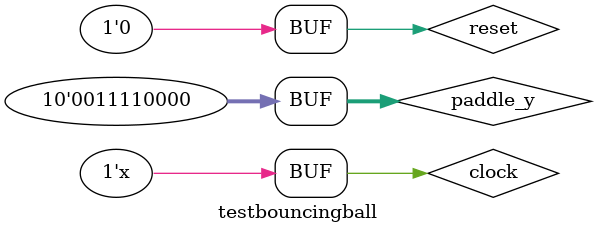
<source format=sv>
`timescale 10ms/1ms
module testbouncingball();
  reg clock;
  reg reset;
  reg [9:0] paddle_y;
  initial begin
    clock = 0;
    paddle_y = 10'd240;
    #5 reset = 1;
    #15 reset = 0;
  end
  always #5 clock = ~clock;
    
  wire [9:0] ballx;
  wire [9:0] bally;
  
  bouncingball bball( clock, reset, paddle_y, ballx, bally);
endmodule

</source>
